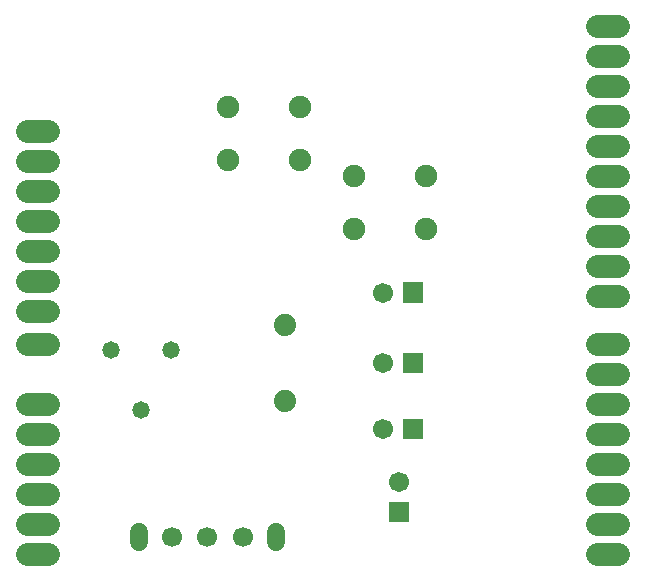
<source format=gbs>
G04 Layer: BottomSolderMaskLayer*
G04 EasyEDA v6.4.25, 2021-11-23T19:48:26+05:30*
G04 6deea0fc31d746a092a9f6c351e50df0,9f4002972f33485ea6085689b454d61d,10*
G04 Gerber Generator version 0.2*
G04 Scale: 100 percent, Rotated: No, Reflected: No *
G04 Dimensions in millimeters *
G04 leading zeros omitted , absolute positions ,4 integer and 5 decimal *
%FSLAX45Y45*%
%MOMM*%

%ADD20C,1.9812*%
%ADD21C,1.5000*%
%ADD22C,1.8796*%
%ADD23C,1.4732*%
%ADD25C,1.9016*%
%ADD26C,1.7000*%
%ADD27R,1.7016X1.7016*%
%ADD28C,1.7016*%

%LPD*%
D20*
X876300Y5080000D02*
G01*
X698500Y5080000D01*
X876300Y4826000D02*
G01*
X698500Y4826000D01*
X876300Y4572000D02*
G01*
X698500Y4572000D01*
X876300Y4318000D02*
G01*
X698500Y4318000D01*
X876300Y4064000D02*
G01*
X698500Y4064000D01*
X876300Y3784600D02*
G01*
X698500Y3784600D01*
X876300Y3276600D02*
G01*
X698500Y3276600D01*
X876300Y3022600D02*
G01*
X698500Y3022600D01*
X876300Y2768600D02*
G01*
X698500Y2768600D01*
X876300Y2514600D02*
G01*
X698500Y2514600D01*
X876300Y2260600D02*
G01*
X698500Y2260600D01*
X876300Y2006600D02*
G01*
X698500Y2006600D01*
X5702300Y2006600D02*
G01*
X5524500Y2006600D01*
X5702300Y2260600D02*
G01*
X5524500Y2260600D01*
X5702300Y2514600D02*
G01*
X5524500Y2514600D01*
X5702300Y2768600D02*
G01*
X5524500Y2768600D01*
X5702300Y3022600D02*
G01*
X5524500Y3022600D01*
X5702300Y3276600D02*
G01*
X5524500Y3276600D01*
X5702300Y3530600D02*
G01*
X5524500Y3530600D01*
X5702300Y3784600D02*
G01*
X5524500Y3784600D01*
X5702300Y4191000D02*
G01*
X5524500Y4191000D01*
X5702300Y4445000D02*
G01*
X5524500Y4445000D01*
X5702300Y4699000D02*
G01*
X5524500Y4699000D01*
X5702300Y4953000D02*
G01*
X5524500Y4953000D01*
X5702300Y5207000D02*
G01*
X5524500Y5207000D01*
X5702300Y5461000D02*
G01*
X5524500Y5461000D01*
X5702300Y5715000D02*
G01*
X5524500Y5715000D01*
X5702300Y5969000D02*
G01*
X5524500Y5969000D01*
X5702300Y6223000D02*
G01*
X5524500Y6223000D01*
X5702300Y6477000D02*
G01*
X5524500Y6477000D01*
X876300Y5334000D02*
G01*
X698500Y5334000D01*
X876300Y5588000D02*
G01*
X698500Y5588000D01*
D21*
X1642490Y2106300D02*
G01*
X1642490Y2186299D01*
X2802483Y2106300D02*
G01*
X2802483Y2186299D01*
D22*
G01*
X2882900Y3294379D03*
G01*
X2882900Y3944620D03*
D23*
G01*
X1409700Y3733800D03*
G01*
X1917700Y3733800D03*
G01*
X1663700Y3225800D03*
D25*
G01*
X3010103Y5337606D03*
G01*
X2400096Y5337606D03*
G01*
X3010103Y5787593D03*
G01*
X2400096Y5787593D03*
G01*
X4076903Y4753406D03*
G01*
X3466896Y4753406D03*
G01*
X4076903Y5203393D03*
G01*
X3466896Y5203393D03*
D26*
G01*
X2522499Y2146300D03*
G01*
X2222500Y2146300D03*
G01*
X1922500Y2146300D03*
G36*
X3877309Y4131310D02*
G01*
X3877309Y4301489D01*
X4047490Y4301489D01*
X4047490Y4131310D01*
G37*
D28*
G01*
X3708400Y4216400D03*
G36*
X3877309Y3534410D02*
G01*
X3877309Y3704589D01*
X4047490Y3704589D01*
X4047490Y3534410D01*
G37*
G01*
X3708400Y3619500D03*
G36*
X3877309Y2975610D02*
G01*
X3877309Y3145789D01*
X4047490Y3145789D01*
X4047490Y2975610D01*
G37*
G01*
X3708400Y3060700D03*
D27*
G01*
X3848100Y2362200D03*
D28*
G01*
X3848100Y2616200D03*
M02*

</source>
